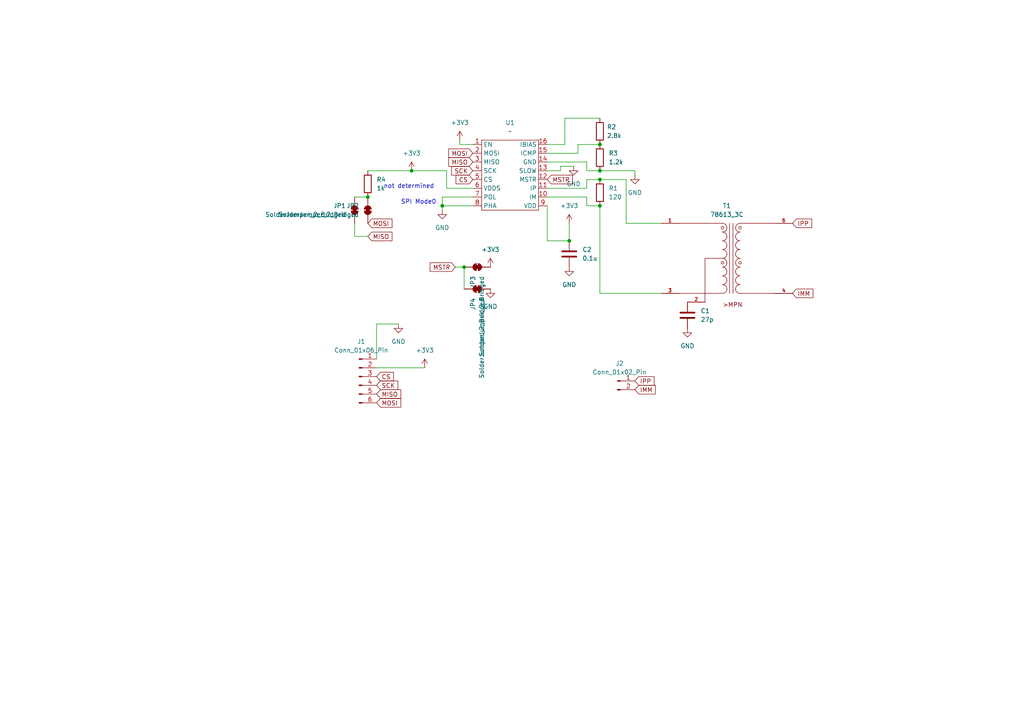
<source format=kicad_sch>
(kicad_sch (version 20250114) (generator "eeschema") (generator_version "9.0")
  (paper "A4")
  (lib_symbols
    (symbol "Connector:Conn_01x02_Pin" (pin_names (offset 1.016) (hide yes))
      (property "Reference" "J" (at 0 2.54 0))
      (property "Value" "Conn_01x02_Pin" (at 0 -5.08 0))
      (symbol "Conn_01x02_Pin_1_1"
        (rectangle (start 0.8636 0.127) (end 0 -0.127) (stroke (width 0.1524)) (fill (type outline)))
        (rectangle (start 0.8636 -2.413) (end 0 -2.667) (stroke (width 0.1524)) (fill (type outline)))
        (polyline (pts (xy 1.27 0) (xy 0.8636 0)) (stroke (width 0.1524)))
        (polyline (pts (xy 1.27 -2.54) (xy 0.8636 -2.54)) (stroke (width 0.1524)))
        (pin passive line (at 5.08 0 180) (length 3.81) (name "Pin_1") (number "1"))
        (pin passive line (at 5.08 -2.54 180) (length 3.81) (name "Pin_2") (number "2"))
      )
    )
    (symbol "Connector:Conn_01x06_Pin" (pin_names (offset 1.016) (hide yes))
      (property "Reference" "J" (at 0 7.62 0))
      (property "Value" "Conn_01x06_Pin" (at 0 -10.16 0))
      (symbol "Conn_01x06_Pin_1_1"
        (rectangle (start 0.8636 5.207) (end 0 4.953) (stroke (width 0.1524)) (fill (type outline)))
        (rectangle (start 0.8636 2.667) (end 0 2.413) (stroke (width 0.1524)) (fill (type outline)))
        (rectangle (start 0.8636 0.127) (end 0 -0.127) (stroke (width 0.1524)) (fill (type outline)))
        (rectangle (start 0.8636 -2.413) (end 0 -2.667) (stroke (width 0.1524)) (fill (type outline)))
        (rectangle (start 0.8636 -4.953) (end 0 -5.207) (stroke (width 0.1524)) (fill (type outline)))
        (rectangle (start 0.8636 -7.493) (end 0 -7.747) (stroke (width 0.1524)) (fill (type outline)))
        (polyline (pts (xy 1.27 5.08) (xy 0.8636 5.08)) (stroke (width 0.1524)))
        (polyline (pts (xy 1.27 2.54) (xy 0.8636 2.54)) (stroke (width 0.1524)))
        (polyline (pts (xy 1.27 0) (xy 0.8636 0)) (stroke (width 0.1524)))
        (polyline (pts (xy 1.27 -2.54) (xy 0.8636 -2.54)) (stroke (width 0.1524)))
        (polyline (pts (xy 1.27 -5.08) (xy 0.8636 -5.08)) (stroke (width 0.1524)))
        (polyline (pts (xy 1.27 -7.62) (xy 0.8636 -7.62)) (stroke (width 0.1524)))
        (pin passive line (at 5.08 5.08 180) (length 3.81) (name "Pin_1") (number "1"))
        (pin passive line (at 5.08 2.54 180) (length 3.81) (name "Pin_2") (number "2"))
        (pin passive line (at 5.08 0 180) (length 3.81) (name "Pin_3") (number "3"))
        (pin passive line (at 5.08 -2.54 180) (length 3.81) (name "Pin_4") (number "4"))
        (pin passive line (at 5.08 -5.08 180) (length 3.81) (name "Pin_5") (number "5"))
        (pin passive line (at 5.08 -7.62 180) (length 3.81) (name "Pin_6") (number "6"))
      )
    )
    (symbol "Device:C" (pin_numbers (hide yes)) (pin_names (offset 0.254))
      (property "Reference" "C" (at 0.635 2.54 0))
      (property "Value" "C" (at 0.635 -2.54 0))
      (symbol "C_0_1"
        (polyline (pts (xy -2.032 0.762) (xy 2.032 0.762)) (stroke (width 0.508)))
        (polyline (pts (xy -2.032 -0.762) (xy 2.032 -0.762)) (stroke (width 0.508)))
      )
      (symbol "C_1_1"
        (pin passive line (at 0 3.81 270) (length 2.794) (name "~") (number "1"))
        (pin passive line (at 0 -3.81 90) (length 2.794) (name "~") (number "2"))
      )
    )
    (symbol "Device:R" (pin_numbers (hide yes)) (pin_names (offset 0))
      (property "Reference" "R" (at 2.032 0 90))
      (property "Value" "R" (at 0 0 90))
      (symbol "R_0_1"
        (rectangle (start -1.016 -2.54) (end 1.016 2.54) (stroke (width 0.254)))
      )
      (symbol "R_1_1"
        (pin passive line (at 0 3.81 270) (length 1.27) (name "~") (number "1"))
        (pin passive line (at 0 -3.81 90) (length 1.27) (name "~") (number "2"))
      )
    )
    (symbol "Jumper:SolderJumper_2_Bridged" (pin_numbers (hide yes)) (pin_names (offset 0) (hide yes)) (in_bom no)
      (property "Reference" "JP" (at 0 2.032 0))
      (property "Value" "SolderJumper_2_Bridged" (at 0 -2.54 0))
      (symbol "SolderJumper_2_Bridged_0_1"
        (rectangle (start -0.508 0.508) (end 0.508 -0.508) (fill (type outline)))
        (polyline (pts (xy -0.254 1.016) (xy -0.254 -1.016)))
        (arc (start -0.254 -1.016) (mid -1.2656 0) (end -0.254 1.016))
        (arc (start -0.254 -1.016) (mid -1.2656 0) (end -0.254 1.016) (fill (type outline)))
        (arc (start 0.254 1.016) (mid 1.2656 0) (end 0.254 -1.016))
        (arc (start 0.254 1.016) (mid 1.2656 0) (end 0.254 -1.016) (fill (type outline)))
        (polyline (pts (xy 0.254 1.016) (xy 0.254 -1.016)))
      )
      (symbol "SolderJumper_2_Bridged_1_1"
        (pin passive line (at -3.81 0 0) (length 2.54) (name "A") (number "1"))
        (pin passive line (at 3.81 0 180) (length 2.54) (name "B") (number "2"))
      )
    )
    (symbol "power:+3V3" (power) (pin_numbers (hide yes)) (pin_names (offset 0) (hide yes))
      (property "Value" "+3V3" (at 0 3.556 0))
      (symbol "+3V3_0_1"
        (polyline (pts (xy -0.762 1.27) (xy 0 2.54)))
        (polyline (pts (xy 0 2.54) (xy 0.762 1.27)))
        (polyline (pts (xy 0 0) (xy 0 2.54)))
      )
      (symbol "+3V3_1_1"
        (pin power_in line (at 0 0 90) (length 0) (name "~") (number "1"))
      )
    )
    (symbol "power:GND" (power) (pin_numbers (hide yes)) (pin_names (offset 0) (hide yes))
      (property "Value" "GND" (at 0 -3.81 0))
      (symbol "GND_0_1"
        (polyline (pts (xy 0 0) (xy 0 -1.27) (xy 1.27 -1.27) (xy 0 -2.54) (xy -1.27 -1.27) (xy 0 -1.27)))
      )
      (symbol "GND_1_1"
        (pin power_in line (at 0 0 270) (length 0) (name "~") (number "1"))
      )
    )
    (symbol "project:78613_3C" (pin_names (offset 1.016))
      (property "Reference" "T" (at 0 10.922 0))
      (property "Value" "78613_3C" (at 0 0 0))
      (symbol "78613_3C_0_0"
        (polyline (pts (xy -15.24 10.16) (xy -2.54 10.16)) (stroke (width 0.1524)))
        (polyline (pts (xy -15.24 -10.16) (xy -2.54 -10.16)) (stroke (width 0.1524)))
        (polyline (pts (xy -7.62 0) (xy -7.62 -12.7)) (stroke (width 0.1524)))
        (circle (center -2.54 8.89) (radius 0.381))
        (arc (start -2.5146 5.0797) (mid -1.6331 4.699) (end -1.27 3.81) (stroke (width 0.1524)))
        (arc (start -2.5146 2.5397) (mid -1.6331 2.159) (end -1.27 1.27) (stroke (width 0.1524)))
        (polyline (pts (xy -2.54 0) (xy -7.62 0)) (stroke (width 0.1524)))
        (circle (center -2.54 -1.27) (radius 0.381))
        (arc (start -2.5146 -5.0803) (mid -1.6331 -5.461) (end -1.27 -6.35) (stroke (width 0.1524)))
        (arc (start -2.5146 -7.6203) (mid -1.6331 -8.001) (end -1.27 -8.89) (stroke (width 0.1524)))
        (arc (start -2.5146 10.1597) (mid -1.6329 9.779) (end -1.2697 8.89) (stroke (width 0.1524)))
        (arc (start -2.5146 7.6197) (mid -1.6329 7.239) (end -1.2697 6.35) (stroke (width 0.1524)))
        (arc (start -2.5146 -0.0003) (mid -1.6329 -0.381) (end -1.2697 -1.27) (stroke (width 0.1524)))
        (arc (start -2.5146 -2.5403) (mid -1.6329 -2.921) (end -1.2697 -3.81) (stroke (width 0.1524)))
        (arc (start -1.2446 8.89) (mid -1.6166 7.992) (end -2.5146 7.62) (stroke (width 0.1524)))
        (arc (start -1.2446 6.35) (mid -1.6166 5.452) (end -2.5146 5.08) (stroke (width 0.1524)))
        (arc (start -1.2446 3.81) (mid -1.6166 2.912) (end -2.5146 2.54) (stroke (width 0.1524)))
        (arc (start -1.2446 1.27) (mid -1.6166 0.372) (end -2.5146 0) (stroke (width 0.1524)))
        (arc (start -1.2446 -1.27) (mid -1.6166 -2.168) (end -2.5146 -2.54) (stroke (width 0.1524)))
        (arc (start -1.2446 -3.81) (mid -1.6166 -4.708) (end -2.5146 -5.08) (stroke (width 0.1524)))
        (arc (start -1.2446 -6.35) (mid -1.6166 -7.248) (end -2.5146 -7.62) (stroke (width 0.1524)))
        (arc (start -1.2446 -8.89) (mid -1.6166 -9.788) (end -2.5146 -10.16) (stroke (width 0.1524)))
        (polyline (pts (xy -0.508 -10.16) (xy -0.508 10.16)) (stroke (width 0.1524)))
        (polyline (pts (xy 0.508 10.16) (xy 0.508 -10.16)) (stroke (width 0.1524)))
        (arc (start 2.54 2.5402) (mid 1.6139 2.9145) (end 1.2446 3.8359) (stroke (width 0.1524)))
        (arc (start 2.54 0.0002) (mid 1.6139 0.3745) (end 1.2446 1.2959) (stroke (width 0.1524)))
        (arc (start 2.54 -7.6198) (mid 1.6139 -7.2455) (end 1.2446 -6.3241) (stroke (width 0.1524)))
        (arc (start 2.54 -10.1598) (mid 1.6139 -9.7855) (end 1.2446 -8.8641) (stroke (width 0.1524)))
        (arc (start 2.54 7.6204) (mid 1.6292 7.9869) (end 1.2443 8.89) (stroke (width 0.1524)))
        (arc (start 2.54 5.0804) (mid 1.6292 5.4469) (end 1.2443 6.35) (stroke (width 0.1524)))
        (arc (start 2.54 -2.5396) (mid 1.6292 -2.1731) (end 1.2443 -1.27) (stroke (width 0.1524)))
        (arc (start 2.54 -5.0796) (mid 1.6292 -4.7131) (end 1.2443 -3.81) (stroke (width 0.1524)))
        (arc (start 1.27 8.89) (mid 1.6507 9.772) (end 2.54 10.1346) (stroke (width 0.1524)))
        (arc (start 1.27 6.35) (mid 1.6507 7.232) (end 2.54 7.5946) (stroke (width 0.1524)))
        (arc (start 1.27 -1.27) (mid 1.6507 -0.388) (end 2.54 -0.0254) (stroke (width 0.1524)))
        (arc (start 1.27 -3.81) (mid 1.6507 -2.928) (end 2.54 -2.5654) (stroke (width 0.1524)))
        (polyline (pts (xy 2.54 10.16) (xy 12.7 10.16)) (stroke (width 0.1524)))
        (circle (center 2.54 8.89) (radius 0.381))
        (circle (center 2.54 -1.27) (radius 0.381))
        (polyline (pts (xy 2.54 -10.16) (xy 12.7 -10.16)) (stroke (width 0.1524)))
        (arc (start 1.27 3.8354) (mid 1.6421 4.7332) (end 2.54 5.1054) (stroke (width 0.1524)))
        (arc (start 1.27 1.2954) (mid 1.6421 2.1932) (end 2.54 2.5654) (stroke (width 0.1524)))
        (arc (start 1.27 -6.3246) (mid 1.6421 -5.4268) (end 2.54 -5.0546) (stroke (width 0.1524)))
        (arc (start 1.27 -8.8646) (mid 1.6421 -7.9668) (end 2.54 -7.5946) (stroke (width 0.1524)))
        (text ">MPN" (at -2.54 -12.7 0) (effects (font (size 1.27 1.27)) (justify left top)))
        (pin passive line (at -20.32 10.16 0) (length 5.08) (name "~") (number "1"))
        (pin passive line (at -20.32 -10.16 0) (length 5.08) (name "~") (number "3"))
        (pin passive line (at -12.7 -12.7 0) (length 5.08) (name "~") (number "2"))
        (pin passive line (at 17.78 10.16 180) (length 5.08) (name "~") (number "6"))
        (pin passive line (at 17.78 -10.16 180) (length 5.08) (name "~") (number "4"))
      )
    )
    (symbol "project:ltc6820"
      (property "Reference" "U" (at 0 -1.778 0))
      (symbol "ltc6820_0_1"
        (rectangle (start -8.89 20.32) (end 7.62 0))
      )
      (symbol "ltc6820_1_1"
        (pin passive line (at -11.43 19.05 0) (length 2.54) (name "EN") (number "1"))
        (pin passive line (at -11.43 16.51 0) (length 2.54) (name "MOSI") (number "2"))
        (pin passive line (at -11.43 13.97 0) (length 2.54) (name "MISO") (number "3"))
        (pin passive line (at -11.43 11.43 0) (length 2.54) (name "SCK") (number "4"))
        (pin passive line (at -11.43 8.89 0) (length 2.54) (name "CS") (number "5"))
        (pin passive line (at -11.43 6.35 0) (length 2.54) (name "VDDS") (number "6"))
        (pin passive line (at -11.43 3.81 0) (length 2.54) (name "POL") (number "7"))
        (pin passive line (at -11.43 1.27 0) (length 2.54) (name "PHA") (number "8"))
        (pin passive line (at 10.16 19.05 180) (length 2.54) (name "IBIAS") (number "16"))
        (pin passive line (at 10.16 16.51 180) (length 2.54) (name "ICMP") (number "15"))
        (pin passive line (at 10.16 13.97 180) (length 2.54) (name "GND") (number "14"))
        (pin passive line (at 10.16 11.43 180) (length 2.54) (name "SLOW") (number "13"))
        (pin passive line (at 10.16 8.89 180) (length 2.54) (name "MSTR") (number "12"))
        (pin passive line (at 10.16 6.35 180) (length 2.54) (name "IP") (number "11"))
        (pin passive line (at 10.16 3.81 180) (length 2.54) (name "IM") (number "10"))
        (pin passive line (at 10.16 1.27 180) (length 2.54) (name "VDD") (number "9"))
      )
    )
  )
  (text "not determined" (at 118.618 54.102 0) (effects (font (size 1.27 1.27))))
  (text "SPI Mode0" (at 121.412 58.674 0) (effects (font (size 1.27 1.27))))
  (junction (at 173.99 59.69))
  (junction (at 165.1 69.85))
  (junction (at 173.99 41.91))
  (junction (at 173.99 49.53))
  (junction (at 106.68 57.15))
  (junction (at 134.62 77.47))
  (junction (at 128.27 59.69))
  (junction (at 119.38 49.53))
  (junction (at 173.99 52.07))
  (wire (pts (xy 133.35 41.91) (xy 133.35 40.64)))
  (wire (pts (xy 132.08 77.47) (xy 134.62 77.47)))
  (wire (pts (xy 181.61 64.77) (xy 191.77 64.77)))
  (wire (pts (xy 102.87 57.15) (xy 106.68 57.15)))
  (wire (pts (xy 163.83 41.91) (xy 163.83 34.29)))
  (wire (pts (xy 109.22 93.98) (xy 109.22 104.14)))
  (wire (pts (xy 173.99 52.07) (xy 181.61 52.07)))
  (wire (pts (xy 173.99 85.09) (xy 191.77 85.09)))
  (wire (pts (xy 119.38 49.53) (xy 129.54 49.53)))
  (wire (pts (xy 173.99 49.53) (xy 184.15 49.53)))
  (wire (pts (xy 102.87 64.77) (xy 102.87 68.58)))
  (wire (pts (xy 102.87 68.58) (xy 106.68 68.58)))
  (wire (pts (xy 158.75 69.85) (xy 165.1 69.85)))
  (wire (pts (xy 115.57 93.98) (xy 109.22 93.98)))
  (wire (pts (xy 128.27 60.96) (xy 128.27 59.69)))
  (wire (pts (xy 129.54 54.61) (xy 137.16 54.61)))
  (wire (pts (xy 170.18 46.99) (xy 170.18 49.53)))
  (wire (pts (xy 163.83 34.29) (xy 173.99 34.29)))
  (wire (pts (xy 167.64 44.45) (xy 158.75 44.45)))
  (wire (pts (xy 162.56 48.26) (xy 166.37 48.26)))
  (wire (pts (xy 170.18 49.53) (xy 173.99 49.53)))
  (wire (pts (xy 181.61 52.07) (xy 181.61 64.77)))
  (wire (pts (xy 158.75 46.99) (xy 170.18 46.99)))
  (wire (pts (xy 158.75 49.53) (xy 162.56 49.53)))
  (wire (pts (xy 129.54 49.53) (xy 129.54 54.61)))
  (wire (pts (xy 158.75 57.15) (xy 170.18 57.15)))
  (wire (pts (xy 165.1 64.77) (xy 165.1 69.85)))
  (wire (pts (xy 106.68 49.53) (xy 119.38 49.53)))
  (wire (pts (xy 184.15 49.53) (xy 184.15 50.8)))
  (wire (pts (xy 128.27 59.69) (xy 128.27 57.15)))
  (wire (pts (xy 167.64 41.91) (xy 173.99 41.91)))
  (wire (pts (xy 128.27 57.15) (xy 137.16 57.15)))
  (wire (pts (xy 170.18 59.69) (xy 173.99 59.69)))
  (wire (pts (xy 167.64 41.91) (xy 167.64 44.45)))
  (wire (pts (xy 133.35 41.91) (xy 137.16 41.91)))
  (wire (pts (xy 170.18 52.07) (xy 173.99 52.07)))
  (wire (pts (xy 158.75 54.61) (xy 170.18 54.61)))
  (wire (pts (xy 158.75 41.91) (xy 163.83 41.91)))
  (wire (pts (xy 158.75 59.69) (xy 158.75 69.85)))
  (wire (pts (xy 162.56 49.53) (xy 162.56 48.26)))
  (wire (pts (xy 134.62 77.47) (xy 134.62 83.82)))
  (wire (pts (xy 170.18 54.61) (xy 170.18 52.07)))
  (wire (pts (xy 128.27 59.69) (xy 137.16 59.69)))
  (wire (pts (xy 173.99 59.69) (xy 173.99 85.09)))
  (wire (pts (xy 109.22 106.68) (xy 123.19 106.68)))
  (wire (pts (xy 170.18 57.15) (xy 170.18 59.69)))
  (global_label "SCK" (shape input) (at 109.22 111.76 0) (property "Intersheetrefs" "${INTERSHEET_REFS}" (effects (hide yes))))
  (global_label "MSTR" (shape input) (at 132.08 77.47 180) (property "Intersheetrefs" "${INTERSHEET_REFS}" (effects (hide yes))))
  (global_label "IPP" (shape input) (at 229.87 64.77 0) (property "Intersheetrefs" "${INTERSHEET_REFS}" (effects (hide yes))))
  (global_label "IMM" (shape input) (at 229.87 85.09 0) (property "Intersheetrefs" "${INTERSHEET_REFS}" (effects (hide yes))))
  (global_label "SCK" (shape input) (at 137.16 49.53 180) (property "Intersheetrefs" "${INTERSHEET_REFS}" (effects (hide yes))))
  (global_label "CS" (shape input) (at 109.22 109.22 0) (property "Intersheetrefs" "${INTERSHEET_REFS}" (effects (hide yes))))
  (global_label "IPP" (shape input) (at 184.15 110.49 0) (property "Intersheetrefs" "${INTERSHEET_REFS}" (effects (hide yes))))
  (global_label "IMM" (shape input) (at 184.15 113.03 0) (property "Intersheetrefs" "${INTERSHEET_REFS}" (effects (hide yes))))
  (global_label "MSTR" (shape input) (at 158.75 52.07 0) (property "Intersheetrefs" "${INTERSHEET_REFS}" (effects (hide yes))))
  (global_label "MISO" (shape input) (at 109.22 114.3 0) (property "Intersheetrefs" "${INTERSHEET_REFS}" (effects (hide yes))))
  (global_label "MOSI" (shape input) (at 137.16 44.45 180) (property "Intersheetrefs" "${INTERSHEET_REFS}" (effects (hide yes))))
  (global_label "CS" (shape input) (at 137.16 52.07 180) (property "Intersheetrefs" "${INTERSHEET_REFS}" (effects (hide yes))))
  (global_label "MISO" (shape input) (at 106.68 68.58 0) (property "Intersheetrefs" "${INTERSHEET_REFS}" (effects (hide yes))))
  (global_label "MOSI" (shape input) (at 106.68 64.77 0) (property "Intersheetrefs" "${INTERSHEET_REFS}" (effects (hide yes))))
  (global_label "MISO" (shape input) (at 137.16 46.99 180) (property "Intersheetrefs" "${INTERSHEET_REFS}" (effects (hide yes))))
  (global_label "MOSI" (shape input) (at 109.22 116.84 0) (property "Intersheetrefs" "${INTERSHEET_REFS}" (effects (hide yes))))
  (symbol (lib_id "power:GND") (at 199.39 95.25 0) (unit 1)
    (property "Reference" "#PWR02" (effects (hide yes)))
    (property "Value" "GND" (at 199.39 100.33 0))
    (property "Description" "Power symbol creates a global label with name \"GND\" , ground" (effects (hide yes)))
  )
  (symbol (lib_id "Device:C") (at 199.39 91.44 0) (unit 1)
    (property "Reference" "C1" (at 203.2 90.1699 0) (effects (justify left)))
    (property "Value" "27p" (at 203.2 92.7099 0) (effects (justify left)))
    (property "Footprint" "Capacitor_SMD:C_0603_1608Metric" (effects (hide yes)))
    (property "Description" "Unpolarized capacitor" (effects (hide yes)))
  )
  (symbol (lib_id "Device:R") (at 106.68 53.34 0) (unit 1)
    (property "Reference" "R4" (at 109.22 52.0699 0) (effects (justify left)))
    (property "Value" "1k" (at 109.22 54.6099 0) (effects (justify left)))
    (property "Footprint" "Resistor_THT:R_Axial_DIN0207_L6.3mm_D2.5mm_P10.16mm_Horizontal" (effects (hide yes)))
    (property "Description" "Resistor" (effects (hide yes)))
  )
  (symbol (lib_id "power:GND") (at 165.1 77.47 0) (unit 1)
    (property "Reference" "#PWR07" (effects (hide yes)))
    (property "Value" "GND" (at 165.1 82.55 0))
    (property "Description" "Power symbol creates a global label with name \"GND\" , ground" (effects (hide yes)))
  )
  (symbol (lib_id "Device:R") (at 173.99 55.88 0) (unit 1)
    (property "Reference" "R1" (at 176.53 54.6099 0) (effects (justify left)))
    (property "Value" "120" (at 176.53 57.1499 0) (effects (justify left)))
    (property "Footprint" "Resistor_SMD:R_0603_1608Metric" (effects (hide yes)))
    (property "Description" "Resistor" (effects (hide yes)))
  )
  (symbol (lib_id "Device:R") (at 173.99 45.72 0) (unit 1)
    (property "Reference" "R3" (at 176.53 44.4499 0) (effects (justify left)))
    (property "Value" "1.2k" (at 176.53 46.9899 0) (effects (justify left)))
    (property "Footprint" "Resistor_SMD:R_0603_1608Metric" (effects (hide yes)))
    (property "Description" "Resistor" (effects (hide yes)))
  )
  (symbol (lib_id "Jumper:SolderJumper_2_Bridged") (at 138.43 83.82 180) (unit 1) (in_bom no)
    (property "Reference" "JP4" (at 137.1599 86.36 90) (effects (justify left)))
    (property "Value" "SolderJumper_2_Bridged" (at 139.6999 86.36 90) (effects (justify left)))
    (property "Footprint" "Jumper:SolderJumper-2_P1.3mm_Open_RoundedPad1.0x1.5mm" (effects (hide yes)))
    (property "Description" "Solder Jumper, 2-pole, closed/bridged" (effects (hide yes)))
  )
  (symbol (lib_id "power:+3V3") (at 142.24 77.47 0) (unit 1)
    (property "Reference" "#PWR09" (effects (hide yes)))
    (property "Value" "+3V3" (at 142.24 72.39 0))
    (property "Description" "Power symbol creates a global label with name \"+3V3\"" (effects (hide yes)))
  )
  (symbol (lib_id "Jumper:SolderJumper_2_Bridged") (at 106.68 60.96 90) (unit 1) (in_bom no)
    (property "Reference" "JP2" (at 104.14 59.6899 90) (effects (justify left)))
    (property "Value" "SolderJumper_2_Bridged" (at 104.14 62.2299 90) (effects (justify left)))
    (property "Footprint" "Jumper:SolderJumper-2_P1.3mm_Open_RoundedPad1.0x1.5mm" (effects (hide yes)))
    (property "Description" "Solder Jumper, 2-pole, closed/bridged" (effects (hide yes)))
  )
  (symbol (lib_id "Connector:Conn_01x06_Pin") (at 104.14 109.22 0) (unit 1)
    (property "Reference" "J1" (at 104.775 99.06 0))
    (property "Value" "Conn_01x06_Pin" (at 104.775 101.6 0))
    (property "Footprint" "Connector_PinHeader_2.54mm:PinHeader_1x06_P2.54mm_Horizontal" (effects (hide yes)))
    (property "Description" "Generic connector, single row, 01x06, script generated" (effects (hide yes)))
  )
  (symbol (lib_id "power:+3V3") (at 165.1 64.77 0) (unit 1)
    (property "Reference" "#PWR06" (effects (hide yes)))
    (property "Value" "+3V3" (at 165.1 59.69 0))
    (property "Description" "Power symbol creates a global label with name \"+3V3\"" (effects (hide yes)))
  )
  (symbol (lib_id "power:+3V3") (at 133.35 40.64 0) (unit 1)
    (property "Reference" "#PWR05" (effects (hide yes)))
    (property "Value" "+3V3" (at 133.35 35.56 0))
    (property "Description" "Power symbol creates a global label with name \"+3V3\"" (effects (hide yes)))
  )
  (symbol (lib_id "Device:R") (at 173.99 38.1 0) (unit 1)
    (property "Reference" "R2" (at 176.0199 36.8299 0) (effects (justify left)))
    (property "Value" "2.8k" (at 176.0199 39.3699 0) (effects (justify left)))
    (property "Footprint" "Resistor_SMD:R_0603_1608Metric" (effects (hide yes)))
    (property "Description" "Resistor" (effects (hide yes)))
  )
  (symbol (lib_id "power:+3V3") (at 123.19 106.68 0) (unit 1)
    (property "Reference" "#PWR012" (effects (hide yes)))
    (property "Value" "+3V3" (at 123.19 101.6 0))
    (property "Description" "Power symbol creates a global label with name \"+3V3\"" (effects (hide yes)))
  )
  (symbol (lib_id "power:+3V3") (at 119.38 49.53 0) (unit 1)
    (property "Reference" "#PWR08" (effects (hide yes)))
    (property "Value" "+3V3" (at 119.38 44.45 0))
    (property "Description" "Power symbol creates a global label with name \"+3V3\"" (effects (hide yes)))
  )
  (symbol (lib_id "Jumper:SolderJumper_2_Bridged") (at 102.87 60.96 90) (unit 1) (in_bom no)
    (property "Reference" "JP1" (at 100.33 59.6899 90) (effects (justify left)))
    (property "Value" "SolderJumper_2_Bridged" (at 100.33 62.2299 90) (effects (justify left)))
    (property "Footprint" "Jumper:SolderJumper-2_P1.3mm_Open_RoundedPad1.0x1.5mm" (effects (hide yes)))
    (property "Description" "Solder Jumper, 2-pole, closed/bridged" (effects (hide yes)))
  )
  (symbol (lib_id "project:78613_3C") (at 212.09 74.93 0) (unit 1)
    (property "Reference" "T1" (at 210.82 59.69 0))
    (property "Value" "78613_3C" (at 210.82 62.23 0))
    (property "Footprint" "project:78613_3C" (effects (hide yes)))
  )
  (symbol (lib_id "power:GND") (at 142.24 83.82 0) (unit 1)
    (property "Reference" "#PWR010" (effects (hide yes)))
    (property "Value" "GND" (at 142.24 88.9 0))
    (property "Description" "Power symbol creates a global label with name \"GND\" , ground" (effects (hide yes)))
  )
  (symbol (lib_id "Device:C") (at 165.1 73.66 0) (unit 1)
    (property "Reference" "C2" (at 168.91 72.3899 0) (effects (justify left)))
    (property "Value" "0.1u" (at 168.91 74.9299 0) (effects (justify left)))
    (property "Footprint" "Capacitor_SMD:C_0603_1608Metric" (effects (hide yes)))
    (property "Description" "Unpolarized capacitor" (effects (hide yes)))
  )
  (symbol (lib_id "power:GND") (at 166.37 48.26 0) (unit 1)
    (property "Reference" "#PWR03" (effects (hide yes)))
    (property "Value" "GND" (at 166.37 53.34 0))
    (property "Description" "Power symbol creates a global label with name \"GND\" , ground" (effects (hide yes)))
  )
  (symbol (lib_id "Jumper:SolderJumper_2_Bridged") (at 138.43 77.47 180) (unit 1) (in_bom no)
    (property "Reference" "JP3" (at 137.1599 80.01 90) (effects (justify left)))
    (property "Value" "SolderJumper_2_Bridged" (at 139.6999 80.01 90) (effects (justify left)))
    (property "Footprint" "Jumper:SolderJumper-2_P1.3mm_Open_RoundedPad1.0x1.5mm" (effects (hide yes)))
    (property "Description" "Solder Jumper, 2-pole, closed/bridged" (effects (hide yes)))
  )
  (symbol (lib_id "Connector:Conn_01x02_Pin") (at 179.07 110.49 0) (unit 1)
    (property "Reference" "J2" (at 179.705 105.41 0))
    (property "Value" "Conn_01x02_Pin" (at 179.705 107.95 0))
    (property "Footprint" "Connector_PinHeader_2.54mm:PinHeader_1x02_P2.54mm_Horizontal" (effects (hide yes)))
    (property "Description" "Generic connector, single row, 01x02, script generated" (effects (hide yes)))
  )
  (symbol (lib_id "project:ltc6820") (at 148.59 60.96 0) (unit 1)
    (property "Reference" "U1" (at 147.955 35.56 0))
    (property "Value" "~" (at 147.955 38.1 0))
    (property "Footprint" "Package_SO:MSOP-16_3x4.039mm_P0.5mm" (effects (hide yes)))
  )
  (symbol (lib_id "power:GND") (at 115.57 93.98 0) (unit 1)
    (property "Reference" "#PWR011" (effects (hide yes)))
    (property "Value" "GND" (at 115.57 99.06 0))
    (property "Description" "Power symbol creates a global label with name \"GND\" , ground" (effects (hide yes)))
  )
  (symbol (lib_id "power:GND") (at 184.15 50.8 0) (unit 1)
    (property "Reference" "#PWR01" (effects (hide yes)))
    (property "Value" "GND" (at 184.15 55.88 0))
    (property "Description" "Power symbol creates a global label with name \"GND\" , ground" (effects (hide yes)))
  )
  (symbol (lib_id "power:GND") (at 128.27 60.96 0) (unit 1)
    (property "Reference" "#PWR04" (effects (hide yes)))
    (property "Value" "GND" (at 128.27 66.04 0))
    (property "Description" "Power symbol creates a global label with name \"GND\" , ground" (effects (hide yes)))
  )
)
</source>
